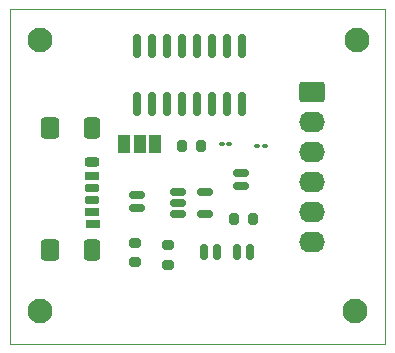
<source format=gbr>
%TF.GenerationSoftware,KiCad,Pcbnew,8.0.8*%
%TF.CreationDate,2025-06-30T12:02:42+05:30*%
%TF.ProjectId,Serial Basic CH340C,53657269-616c-4204-9261-736963204348,rev?*%
%TF.SameCoordinates,Original*%
%TF.FileFunction,Soldermask,Top*%
%TF.FilePolarity,Negative*%
%FSLAX46Y46*%
G04 Gerber Fmt 4.6, Leading zero omitted, Abs format (unit mm)*
G04 Created by KiCad (PCBNEW 8.0.8) date 2025-06-30 12:02:42*
%MOMM*%
%LPD*%
G01*
G04 APERTURE LIST*
G04 Aperture macros list*
%AMRoundRect*
0 Rectangle with rounded corners*
0 $1 Rounding radius*
0 $2 $3 $4 $5 $6 $7 $8 $9 X,Y pos of 4 corners*
0 Add a 4 corners polygon primitive as box body*
4,1,4,$2,$3,$4,$5,$6,$7,$8,$9,$2,$3,0*
0 Add four circle primitives for the rounded corners*
1,1,$1+$1,$2,$3*
1,1,$1+$1,$4,$5*
1,1,$1+$1,$6,$7*
1,1,$1+$1,$8,$9*
0 Add four rect primitives between the rounded corners*
20,1,$1+$1,$2,$3,$4,$5,0*
20,1,$1+$1,$4,$5,$6,$7,0*
20,1,$1+$1,$6,$7,$8,$9,0*
20,1,$1+$1,$8,$9,$2,$3,0*%
G04 Aperture macros list end*
%ADD10RoundRect,0.150000X-0.150000X0.825000X-0.150000X-0.825000X0.150000X-0.825000X0.150000X0.825000X0*%
%ADD11RoundRect,0.165000X0.165000X0.475000X-0.165000X0.475000X-0.165000X-0.475000X0.165000X-0.475000X0*%
%ADD12C,2.100000*%
%ADD13RoundRect,0.190000X0.410000X-0.190000X0.410000X0.190000X-0.410000X0.190000X-0.410000X-0.190000X0*%
%ADD14RoundRect,0.200000X-0.400000X0.200000X-0.400000X-0.200000X0.400000X-0.200000X0.400000X0.200000X0*%
%ADD15RoundRect,0.175000X0.425000X-0.175000X0.425000X0.175000X-0.425000X0.175000X-0.425000X-0.175000X0*%
%ADD16RoundRect,0.190000X-0.410000X0.190000X-0.410000X-0.190000X0.410000X-0.190000X0.410000X0.190000X0*%
%ADD17RoundRect,0.175000X-0.425000X0.175000X-0.425000X-0.175000X0.425000X-0.175000X0.425000X0.175000X0*%
%ADD18RoundRect,0.250000X-0.425000X0.650000X-0.425000X-0.650000X0.425000X-0.650000X0.425000X0.650000X0*%
%ADD19RoundRect,0.250000X-0.500000X0.650000X-0.500000X-0.650000X0.500000X-0.650000X0.500000X0.650000X0*%
%ADD20RoundRect,0.200000X-0.275000X0.200000X-0.275000X-0.200000X0.275000X-0.200000X0.275000X0.200000X0*%
%ADD21RoundRect,0.200000X-0.200000X-0.275000X0.200000X-0.275000X0.200000X0.275000X-0.200000X0.275000X0*%
%ADD22RoundRect,0.100000X-0.130000X-0.100000X0.130000X-0.100000X0.130000X0.100000X-0.130000X0.100000X0*%
%ADD23RoundRect,0.165000X-0.475000X0.165000X-0.475000X-0.165000X0.475000X-0.165000X0.475000X0.165000X0*%
%ADD24RoundRect,0.150000X-0.512500X-0.150000X0.512500X-0.150000X0.512500X0.150000X-0.512500X0.150000X0*%
%ADD25R,1.000000X1.500000*%
%ADD26RoundRect,0.250000X-0.845000X0.620000X-0.845000X-0.620000X0.845000X-0.620000X0.845000X0.620000X0*%
%ADD27O,2.190000X1.740000*%
%TA.AperFunction,Profile*%
%ADD28C,0.050000*%
%TD*%
G04 APERTURE END LIST*
D10*
%TO.C,U2*%
X123445000Y-50525000D03*
X122175000Y-50525000D03*
X120905000Y-50525000D03*
X119635000Y-50525000D03*
X118365000Y-50525000D03*
X117095000Y-50525000D03*
X115825000Y-50525000D03*
X114555000Y-50525000D03*
X114555000Y-55475000D03*
X115825000Y-55475000D03*
X117095000Y-55475000D03*
X118365000Y-55475000D03*
X119635000Y-55475000D03*
X120905000Y-55475000D03*
X122175000Y-55475000D03*
X123445000Y-55475000D03*
%TD*%
D11*
%TO.C,C1*%
X121340000Y-68000000D03*
X120260000Y-68000000D03*
%TD*%
D12*
%TO.C,H1*%
X106400000Y-50000000D03*
%TD*%
D13*
%TO.C,P2*%
X110820000Y-65610000D03*
D14*
X110800000Y-60330000D03*
D15*
X110800000Y-63580000D03*
D16*
X110800000Y-61560000D03*
D17*
X110800000Y-62580000D03*
D13*
X110800000Y-64600000D03*
D18*
X110807500Y-57525000D03*
D19*
X107227500Y-57525000D03*
D18*
X110807500Y-67775000D03*
D19*
X107227500Y-67775000D03*
%TD*%
D12*
%TO.C,H4*%
X133000000Y-73000000D03*
%TD*%
D20*
%TO.C,R2*%
X117200000Y-67400000D03*
X117200000Y-69050000D03*
%TD*%
D21*
%TO.C,R3*%
X118375000Y-59000000D03*
X120025000Y-59000000D03*
%TD*%
D22*
%TO.C,D2*%
X124760000Y-59000000D03*
X125400000Y-59000000D03*
%TD*%
D23*
%TO.C,C2*%
X123400000Y-61320000D03*
X123400000Y-62400000D03*
%TD*%
D12*
%TO.C,H3*%
X106400000Y-73000000D03*
%TD*%
D23*
%TO.C,C4*%
X114600000Y-63200000D03*
X114600000Y-64280000D03*
%TD*%
D21*
%TO.C,R4*%
X122750000Y-65200000D03*
X124400000Y-65200000D03*
%TD*%
D20*
%TO.C,R1*%
X114400000Y-67200000D03*
X114400000Y-68850000D03*
%TD*%
D22*
%TO.C,D1*%
X121760000Y-58800000D03*
X122400000Y-58800000D03*
%TD*%
D24*
%TO.C,U1*%
X118062500Y-62900000D03*
X118062500Y-63850000D03*
X118062500Y-64800000D03*
X120337500Y-64800000D03*
X120337500Y-62900000D03*
%TD*%
D11*
%TO.C,C3*%
X124140000Y-68000000D03*
X123060000Y-68000000D03*
%TD*%
D12*
%TO.C,H2*%
X133200000Y-50000000D03*
%TD*%
D25*
%TO.C,JP1*%
X113500000Y-58800000D03*
X114800000Y-58800000D03*
X116100000Y-58800000D03*
%TD*%
D26*
%TO.C,J1*%
X129400000Y-54460000D03*
D27*
X129400000Y-57000000D03*
X129400000Y-59540000D03*
X129400000Y-62080000D03*
X129400000Y-64620000D03*
X129400000Y-67160000D03*
%TD*%
D28*
X103800000Y-47400000D02*
X135600000Y-47400000D01*
X135600000Y-75800000D01*
X103800000Y-75800000D01*
X103800000Y-47400000D01*
M02*

</source>
